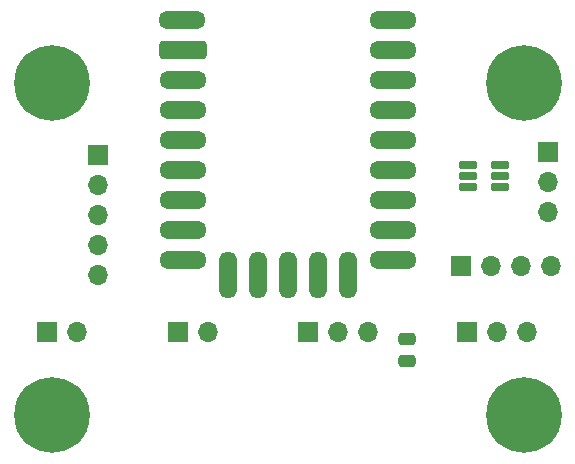
<source format=gbr>
%TF.GenerationSoftware,KiCad,Pcbnew,8.0.5*%
%TF.CreationDate,2024-09-18T02:56:45+09:00*%
%TF.ProjectId,MIDI_Pedal,4d494449-5f50-4656-9461-6c2e6b696361,rev?*%
%TF.SameCoordinates,Original*%
%TF.FileFunction,Soldermask,Top*%
%TF.FilePolarity,Negative*%
%FSLAX46Y46*%
G04 Gerber Fmt 4.6, Leading zero omitted, Abs format (unit mm)*
G04 Created by KiCad (PCBNEW 8.0.5) date 2024-09-18 02:56:45*
%MOMM*%
%LPD*%
G01*
G04 APERTURE LIST*
G04 Aperture macros list*
%AMRoundRect*
0 Rectangle with rounded corners*
0 $1 Rounding radius*
0 $2 $3 $4 $5 $6 $7 $8 $9 X,Y pos of 4 corners*
0 Add a 4 corners polygon primitive as box body*
4,1,4,$2,$3,$4,$5,$6,$7,$8,$9,$2,$3,0*
0 Add four circle primitives for the rounded corners*
1,1,$1+$1,$2,$3*
1,1,$1+$1,$4,$5*
1,1,$1+$1,$6,$7*
1,1,$1+$1,$8,$9*
0 Add four rect primitives between the rounded corners*
20,1,$1+$1,$2,$3,$4,$5,0*
20,1,$1+$1,$4,$5,$6,$7,0*
20,1,$1+$1,$6,$7,$8,$9,0*
20,1,$1+$1,$8,$9,$2,$3,0*%
G04 Aperture macros list end*
%ADD10RoundRect,0.250000X0.475000X-0.250000X0.475000X0.250000X-0.475000X0.250000X-0.475000X-0.250000X0*%
%ADD11C,0.800000*%
%ADD12C,6.400000*%
%ADD13O,4.000000X1.500000*%
%ADD14O,1.500000X4.000000*%
%ADD15RoundRect,0.250000X-1.750000X-0.500000X1.750000X-0.500000X1.750000X0.500000X-1.750000X0.500000X0*%
%ADD16R,1.700000X1.700000*%
%ADD17O,1.700000X1.700000*%
%ADD18RoundRect,0.162500X0.617500X0.162500X-0.617500X0.162500X-0.617500X-0.162500X0.617500X-0.162500X0*%
G04 APERTURE END LIST*
D10*
%TO.C,C1*%
X135128000Y-80452000D03*
X135128000Y-78552000D03*
%TD*%
D11*
%TO.C,H4*%
X142600000Y-85000000D03*
X143302944Y-83302944D03*
X143302944Y-86697056D03*
X145000000Y-82600000D03*
D12*
X145000000Y-85000000D03*
D11*
X145000000Y-87400000D03*
X146697056Y-83302944D03*
X146697056Y-86697056D03*
X147400000Y-85000000D03*
%TD*%
%TO.C,H3*%
X142600000Y-56900000D03*
X143302944Y-55202944D03*
X143302944Y-58597056D03*
X145000000Y-54500000D03*
D12*
X145000000Y-56900000D03*
D11*
X145000000Y-59300000D03*
X146697056Y-55202944D03*
X146697056Y-58597056D03*
X147400000Y-56900000D03*
%TD*%
%TO.C,H2*%
X102600000Y-85000000D03*
X103302944Y-83302944D03*
X103302944Y-86697056D03*
X105000000Y-82600000D03*
D12*
X105000000Y-85000000D03*
D11*
X105000000Y-87400000D03*
X106697056Y-83302944D03*
X106697056Y-86697056D03*
X107400000Y-85000000D03*
%TD*%
%TO.C,H1*%
X102600000Y-56900000D03*
X103302944Y-55202944D03*
X103302944Y-58597056D03*
X105000000Y-54500000D03*
D12*
X105000000Y-56900000D03*
D11*
X105000000Y-59300000D03*
X106697056Y-55202944D03*
X106697056Y-58597056D03*
X107400000Y-56900000D03*
%TD*%
D13*
%TO.C,U1*%
X133920000Y-51540000D03*
X133920000Y-54080000D03*
X133920000Y-56620000D03*
X133920000Y-59160000D03*
X133920000Y-61700000D03*
X133920000Y-64240000D03*
X133920000Y-66780000D03*
X133920000Y-69320000D03*
X133920000Y-71860000D03*
D14*
X130080000Y-73160000D03*
X127540000Y-73160000D03*
X125000000Y-73160000D03*
X122460000Y-73160000D03*
X119920000Y-73160000D03*
D13*
X116130000Y-71860000D03*
X116130000Y-69320000D03*
X116130000Y-66780000D03*
X116130000Y-64240000D03*
X116130000Y-61700000D03*
X116130000Y-59160000D03*
X116130000Y-56620000D03*
D15*
X116130000Y-54080000D03*
D13*
X116080000Y-51540000D03*
%TD*%
D16*
%TO.C,J5*%
X115668000Y-77978000D03*
D17*
X118208000Y-77978000D03*
%TD*%
D16*
%TO.C,J7*%
X140208000Y-77978000D03*
D17*
X142748000Y-77978000D03*
X145288000Y-77978000D03*
%TD*%
D16*
%TO.C,J1*%
X139710000Y-72390000D03*
D17*
X142250000Y-72390000D03*
X144790000Y-72390000D03*
X147330000Y-72390000D03*
%TD*%
D16*
%TO.C,J6*%
X126688000Y-77978000D03*
D17*
X129228000Y-77978000D03*
X131768000Y-77978000D03*
%TD*%
D16*
%TO.C,J2*%
X108966000Y-62992000D03*
D17*
X108966000Y-65532000D03*
X108966000Y-68072000D03*
X108966000Y-70612000D03*
X108966000Y-73152000D03*
%TD*%
D16*
%TO.C,J4*%
X104648000Y-77978000D03*
D17*
X107188000Y-77978000D03*
%TD*%
D16*
%TO.C,J3*%
X147066000Y-62738000D03*
D17*
X147066000Y-65278000D03*
X147066000Y-67818000D03*
%TD*%
D18*
%TO.C,U2*%
X140302000Y-65720000D03*
X140302000Y-64770000D03*
X140302000Y-63820000D03*
X143002000Y-63820000D03*
X143002000Y-64770000D03*
X143002000Y-65720000D03*
%TD*%
M02*

</source>
